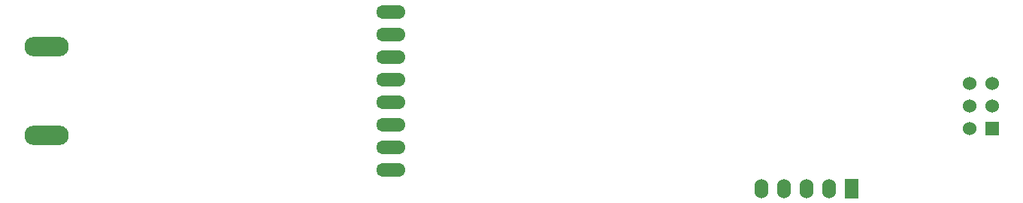
<source format=gbs>
G04 #@! TF.FileFunction,Soldermask,Bot*
%FSLAX46Y46*%
G04 Gerber Fmt 4.6, Leading zero omitted, Abs format (unit mm)*
G04 Created by KiCad (PCBNEW 0.201411071246+5256~19~ubuntu14.04.1-product) date Sun 09 Nov 2014 14:56:43 NZDT*
%MOMM*%
G01*
G04 APERTURE LIST*
%ADD10C,0.150000*%
%ADD11R,1.524000X1.524000*%
%ADD12C,1.524000*%
%ADD13O,3.302000X1.524000*%
%ADD14O,5.000000X2.199640*%
%ADD15R,1.524000X2.199640*%
%ADD16O,1.524000X2.199640*%
G04 APERTURE END LIST*
D10*
D11*
X141478000Y-66802000D03*
D12*
X138938000Y-66802000D03*
X141478000Y-64262000D03*
X138938000Y-64262000D03*
X141478000Y-61722000D03*
X138938000Y-61722000D03*
D13*
X73787000Y-71390000D03*
X73787000Y-68850000D03*
X73787000Y-66310000D03*
X73787000Y-63770000D03*
X73787000Y-61230000D03*
X73787000Y-58690000D03*
X73787000Y-56150000D03*
X73787000Y-53610000D03*
D14*
X35000000Y-57500000D03*
X35000000Y-67500000D03*
D15*
X125680000Y-73500000D03*
D16*
X123140000Y-73500000D03*
X120600000Y-73500000D03*
X118060000Y-73500000D03*
X115520000Y-73500000D03*
M02*

</source>
